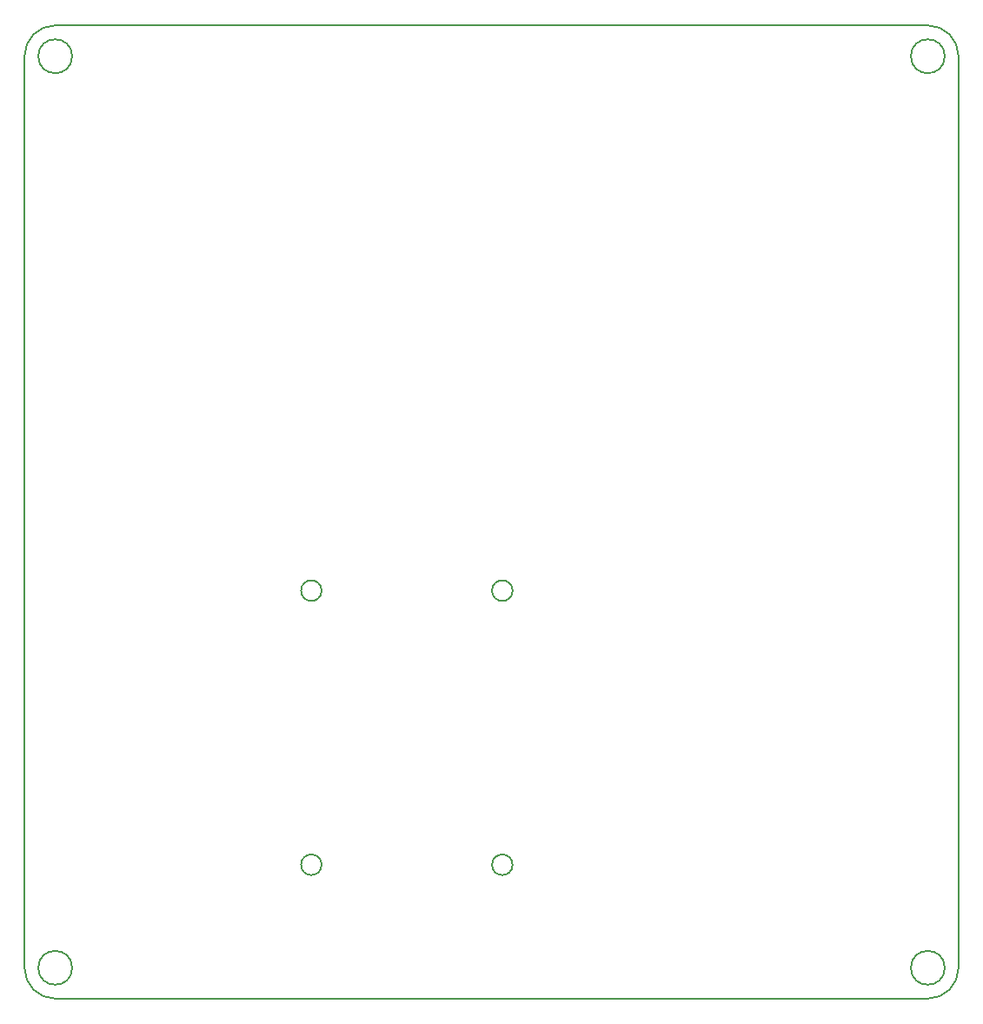
<source format=gm1>
%TF.GenerationSoftware,KiCad,Pcbnew,8.0.4-8.0.4-0~ubuntu22.04.1*%
%TF.CreationDate,2024-08-14T22:53:29+09:00*%
%TF.ProjectId,main,6d61696e-2e6b-4696-9361-645f70636258,rev?*%
%TF.SameCoordinates,Original*%
%TF.FileFunction,Profile,NP*%
%FSLAX46Y46*%
G04 Gerber Fmt 4.6, Leading zero omitted, Abs format (unit mm)*
G04 Created by KiCad (PCBNEW 8.0.4-8.0.4-0~ubuntu22.04.1) date 2024-08-14 22:53:29*
%MOMM*%
%LPD*%
G01*
G04 APERTURE LIST*
%TA.AperFunction,Profile*%
%ADD10C,0.200000*%
%TD*%
G04 APERTURE END LIST*
D10*
X181191600Y-140093000D02*
G75*
G02*
X177891600Y-140093000I-1650000J0D01*
G01*
X177891600Y-140093000D02*
G75*
G02*
X181191600Y-140093000I1650000J0D01*
G01*
X91541600Y-51308000D02*
G75*
G02*
X94541600Y-48308000I3000000J0D01*
G01*
X94541600Y-143093000D02*
G75*
G02*
X91541600Y-140093000I0J3000000D01*
G01*
X120490000Y-103360000D02*
G75*
G02*
X118490000Y-103360000I-1000000J0D01*
G01*
X118490000Y-103360000D02*
G75*
G02*
X120490000Y-103360000I1000000J0D01*
G01*
X91541600Y-51308000D02*
X91541600Y-140093000D01*
X139090000Y-103360000D02*
G75*
G02*
X137090000Y-103360000I-1000000J0D01*
G01*
X137090000Y-103360000D02*
G75*
G02*
X139090000Y-103360000I1000000J0D01*
G01*
X94541600Y-143093000D02*
X179541600Y-143093000D01*
X182541600Y-140093000D02*
G75*
G02*
X179541600Y-143093000I-3000000J0D01*
G01*
X179541600Y-48308000D02*
X94541600Y-48308000D01*
X179541600Y-48308000D02*
G75*
G02*
X182541600Y-51308000I0J-3000000D01*
G01*
X120490000Y-130060000D02*
G75*
G02*
X118490000Y-130060000I-1000000J0D01*
G01*
X118490000Y-130060000D02*
G75*
G02*
X120490000Y-130060000I1000000J0D01*
G01*
X181191600Y-51308000D02*
G75*
G02*
X177891600Y-51308000I-1650000J0D01*
G01*
X177891600Y-51308000D02*
G75*
G02*
X181191600Y-51308000I1650000J0D01*
G01*
X182541600Y-140093000D02*
X182541600Y-51308000D01*
X96191600Y-51308000D02*
G75*
G02*
X92891600Y-51308000I-1650000J0D01*
G01*
X92891600Y-51308000D02*
G75*
G02*
X96191600Y-51308000I1650000J0D01*
G01*
X96191600Y-140093000D02*
G75*
G02*
X92891600Y-140093000I-1650000J0D01*
G01*
X92891600Y-140093000D02*
G75*
G02*
X96191600Y-140093000I1650000J0D01*
G01*
X139090000Y-130060000D02*
G75*
G02*
X137090000Y-130060000I-1000000J0D01*
G01*
X137090000Y-130060000D02*
G75*
G02*
X139090000Y-130060000I1000000J0D01*
G01*
M02*

</source>
